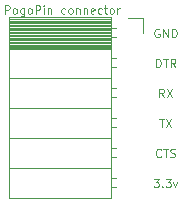
<source format=gbr>
G04 #@! TF.GenerationSoftware,KiCad,Pcbnew,(5.1.2)-1*
G04 #@! TF.CreationDate,2019-07-14T19:38:15+02:00*
G04 #@! TF.ProjectId,pogo,706f676f-2e6b-4696-9361-645f70636258,rev?*
G04 #@! TF.SameCoordinates,Original*
G04 #@! TF.FileFunction,Legend,Top*
G04 #@! TF.FilePolarity,Positive*
%FSLAX46Y46*%
G04 Gerber Fmt 4.6, Leading zero omitted, Abs format (unit mm)*
G04 Created by KiCad (PCBNEW (5.1.2)-1) date 2019-07-14 19:38:15*
%MOMM*%
%LPD*%
G04 APERTURE LIST*
%ADD10C,0.080000*%
%ADD11C,0.120000*%
G04 APERTURE END LIST*
D10*
X84184933Y-58025466D02*
X84184933Y-57325466D01*
X84451600Y-57325466D01*
X84518266Y-57358800D01*
X84551600Y-57392133D01*
X84584933Y-57458800D01*
X84584933Y-57558800D01*
X84551600Y-57625466D01*
X84518266Y-57658800D01*
X84451600Y-57692133D01*
X84184933Y-57692133D01*
X84984933Y-58025466D02*
X84918266Y-57992133D01*
X84884933Y-57958800D01*
X84851600Y-57892133D01*
X84851600Y-57692133D01*
X84884933Y-57625466D01*
X84918266Y-57592133D01*
X84984933Y-57558800D01*
X85084933Y-57558800D01*
X85151600Y-57592133D01*
X85184933Y-57625466D01*
X85218266Y-57692133D01*
X85218266Y-57892133D01*
X85184933Y-57958800D01*
X85151600Y-57992133D01*
X85084933Y-58025466D01*
X84984933Y-58025466D01*
X85818266Y-57558800D02*
X85818266Y-58125466D01*
X85784933Y-58192133D01*
X85751600Y-58225466D01*
X85684933Y-58258800D01*
X85584933Y-58258800D01*
X85518266Y-58225466D01*
X85818266Y-57992133D02*
X85751600Y-58025466D01*
X85618266Y-58025466D01*
X85551600Y-57992133D01*
X85518266Y-57958800D01*
X85484933Y-57892133D01*
X85484933Y-57692133D01*
X85518266Y-57625466D01*
X85551600Y-57592133D01*
X85618266Y-57558800D01*
X85751600Y-57558800D01*
X85818266Y-57592133D01*
X86251600Y-58025466D02*
X86184933Y-57992133D01*
X86151600Y-57958800D01*
X86118266Y-57892133D01*
X86118266Y-57692133D01*
X86151600Y-57625466D01*
X86184933Y-57592133D01*
X86251600Y-57558800D01*
X86351600Y-57558800D01*
X86418266Y-57592133D01*
X86451600Y-57625466D01*
X86484933Y-57692133D01*
X86484933Y-57892133D01*
X86451600Y-57958800D01*
X86418266Y-57992133D01*
X86351600Y-58025466D01*
X86251600Y-58025466D01*
X86784933Y-58025466D02*
X86784933Y-57325466D01*
X87051600Y-57325466D01*
X87118266Y-57358800D01*
X87151600Y-57392133D01*
X87184933Y-57458800D01*
X87184933Y-57558800D01*
X87151600Y-57625466D01*
X87118266Y-57658800D01*
X87051600Y-57692133D01*
X86784933Y-57692133D01*
X87484933Y-58025466D02*
X87484933Y-57558800D01*
X87484933Y-57325466D02*
X87451600Y-57358800D01*
X87484933Y-57392133D01*
X87518266Y-57358800D01*
X87484933Y-57325466D01*
X87484933Y-57392133D01*
X87818266Y-57558800D02*
X87818266Y-58025466D01*
X87818266Y-57625466D02*
X87851600Y-57592133D01*
X87918266Y-57558800D01*
X88018266Y-57558800D01*
X88084933Y-57592133D01*
X88118266Y-57658800D01*
X88118266Y-58025466D01*
X89284933Y-57992133D02*
X89218266Y-58025466D01*
X89084933Y-58025466D01*
X89018266Y-57992133D01*
X88984933Y-57958800D01*
X88951600Y-57892133D01*
X88951600Y-57692133D01*
X88984933Y-57625466D01*
X89018266Y-57592133D01*
X89084933Y-57558800D01*
X89218266Y-57558800D01*
X89284933Y-57592133D01*
X89684933Y-58025466D02*
X89618266Y-57992133D01*
X89584933Y-57958800D01*
X89551600Y-57892133D01*
X89551600Y-57692133D01*
X89584933Y-57625466D01*
X89618266Y-57592133D01*
X89684933Y-57558800D01*
X89784933Y-57558800D01*
X89851600Y-57592133D01*
X89884933Y-57625466D01*
X89918266Y-57692133D01*
X89918266Y-57892133D01*
X89884933Y-57958800D01*
X89851600Y-57992133D01*
X89784933Y-58025466D01*
X89684933Y-58025466D01*
X90218266Y-57558800D02*
X90218266Y-58025466D01*
X90218266Y-57625466D02*
X90251600Y-57592133D01*
X90318266Y-57558800D01*
X90418266Y-57558800D01*
X90484933Y-57592133D01*
X90518266Y-57658800D01*
X90518266Y-58025466D01*
X90851600Y-57558800D02*
X90851600Y-58025466D01*
X90851600Y-57625466D02*
X90884933Y-57592133D01*
X90951600Y-57558800D01*
X91051600Y-57558800D01*
X91118266Y-57592133D01*
X91151600Y-57658800D01*
X91151600Y-58025466D01*
X91751600Y-57992133D02*
X91684933Y-58025466D01*
X91551600Y-58025466D01*
X91484933Y-57992133D01*
X91451600Y-57925466D01*
X91451600Y-57658800D01*
X91484933Y-57592133D01*
X91551600Y-57558800D01*
X91684933Y-57558800D01*
X91751600Y-57592133D01*
X91784933Y-57658800D01*
X91784933Y-57725466D01*
X91451600Y-57792133D01*
X92384933Y-57992133D02*
X92318266Y-58025466D01*
X92184933Y-58025466D01*
X92118266Y-57992133D01*
X92084933Y-57958800D01*
X92051600Y-57892133D01*
X92051600Y-57692133D01*
X92084933Y-57625466D01*
X92118266Y-57592133D01*
X92184933Y-57558800D01*
X92318266Y-57558800D01*
X92384933Y-57592133D01*
X92584933Y-57558800D02*
X92851600Y-57558800D01*
X92684933Y-57325466D02*
X92684933Y-57925466D01*
X92718266Y-57992133D01*
X92784933Y-58025466D01*
X92851600Y-58025466D01*
X93184933Y-58025466D02*
X93118266Y-57992133D01*
X93084933Y-57958800D01*
X93051600Y-57892133D01*
X93051600Y-57692133D01*
X93084933Y-57625466D01*
X93118266Y-57592133D01*
X93184933Y-57558800D01*
X93284933Y-57558800D01*
X93351600Y-57592133D01*
X93384933Y-57625466D01*
X93418266Y-57692133D01*
X93418266Y-57892133D01*
X93384933Y-57958800D01*
X93351600Y-57992133D01*
X93284933Y-58025466D01*
X93184933Y-58025466D01*
X93718266Y-58025466D02*
X93718266Y-57558800D01*
X93718266Y-57692133D02*
X93751600Y-57625466D01*
X93784933Y-57592133D01*
X93851600Y-57558800D01*
X93918266Y-57558800D01*
X96790000Y-72006666D02*
X97223333Y-72006666D01*
X96990000Y-72273333D01*
X97090000Y-72273333D01*
X97156666Y-72306666D01*
X97190000Y-72340000D01*
X97223333Y-72406666D01*
X97223333Y-72573333D01*
X97190000Y-72640000D01*
X97156666Y-72673333D01*
X97090000Y-72706666D01*
X96890000Y-72706666D01*
X96823333Y-72673333D01*
X96790000Y-72640000D01*
X97523333Y-72640000D02*
X97556666Y-72673333D01*
X97523333Y-72706666D01*
X97490000Y-72673333D01*
X97523333Y-72640000D01*
X97523333Y-72706666D01*
X97790000Y-72006666D02*
X98223333Y-72006666D01*
X97990000Y-72273333D01*
X98090000Y-72273333D01*
X98156666Y-72306666D01*
X98190000Y-72340000D01*
X98223333Y-72406666D01*
X98223333Y-72573333D01*
X98190000Y-72640000D01*
X98156666Y-72673333D01*
X98090000Y-72706666D01*
X97890000Y-72706666D01*
X97823333Y-72673333D01*
X97790000Y-72640000D01*
X98456666Y-72240000D02*
X98623333Y-72706666D01*
X98790000Y-72240000D01*
X97406666Y-70100000D02*
X97373333Y-70133333D01*
X97273333Y-70166666D01*
X97206666Y-70166666D01*
X97106666Y-70133333D01*
X97040000Y-70066666D01*
X97006666Y-70000000D01*
X96973333Y-69866666D01*
X96973333Y-69766666D01*
X97006666Y-69633333D01*
X97040000Y-69566666D01*
X97106666Y-69500000D01*
X97206666Y-69466666D01*
X97273333Y-69466666D01*
X97373333Y-69500000D01*
X97406666Y-69533333D01*
X97606666Y-69466666D02*
X98006666Y-69466666D01*
X97806666Y-70166666D02*
X97806666Y-69466666D01*
X98206666Y-70133333D02*
X98306666Y-70166666D01*
X98473333Y-70166666D01*
X98540000Y-70133333D01*
X98573333Y-70100000D01*
X98606666Y-70033333D01*
X98606666Y-69966666D01*
X98573333Y-69900000D01*
X98540000Y-69866666D01*
X98473333Y-69833333D01*
X98340000Y-69800000D01*
X98273333Y-69766666D01*
X98240000Y-69733333D01*
X98206666Y-69666666D01*
X98206666Y-69600000D01*
X98240000Y-69533333D01*
X98273333Y-69500000D01*
X98340000Y-69466666D01*
X98506666Y-69466666D01*
X98606666Y-69500000D01*
X97256666Y-66926666D02*
X97656666Y-66926666D01*
X97456666Y-67626666D02*
X97456666Y-66926666D01*
X97823333Y-66926666D02*
X98290000Y-67626666D01*
X98290000Y-66926666D02*
X97823333Y-67626666D01*
X97673333Y-65086666D02*
X97440000Y-64753333D01*
X97273333Y-65086666D02*
X97273333Y-64386666D01*
X97540000Y-64386666D01*
X97606666Y-64420000D01*
X97640000Y-64453333D01*
X97673333Y-64520000D01*
X97673333Y-64620000D01*
X97640000Y-64686666D01*
X97606666Y-64720000D01*
X97540000Y-64753333D01*
X97273333Y-64753333D01*
X97906666Y-64386666D02*
X98373333Y-65086666D01*
X98373333Y-64386666D02*
X97906666Y-65086666D01*
X96990000Y-62546666D02*
X96990000Y-61846666D01*
X97156666Y-61846666D01*
X97256666Y-61880000D01*
X97323333Y-61946666D01*
X97356666Y-62013333D01*
X97390000Y-62146666D01*
X97390000Y-62246666D01*
X97356666Y-62380000D01*
X97323333Y-62446666D01*
X97256666Y-62513333D01*
X97156666Y-62546666D01*
X96990000Y-62546666D01*
X97590000Y-61846666D02*
X97990000Y-61846666D01*
X97790000Y-62546666D02*
X97790000Y-61846666D01*
X98623333Y-62546666D02*
X98390000Y-62213333D01*
X98223333Y-62546666D02*
X98223333Y-61846666D01*
X98490000Y-61846666D01*
X98556666Y-61880000D01*
X98590000Y-61913333D01*
X98623333Y-61980000D01*
X98623333Y-62080000D01*
X98590000Y-62146666D01*
X98556666Y-62180000D01*
X98490000Y-62213333D01*
X98223333Y-62213333D01*
X97256666Y-59340000D02*
X97190000Y-59306666D01*
X97090000Y-59306666D01*
X96990000Y-59340000D01*
X96923333Y-59406666D01*
X96890000Y-59473333D01*
X96856666Y-59606666D01*
X96856666Y-59706666D01*
X96890000Y-59840000D01*
X96923333Y-59906666D01*
X96990000Y-59973333D01*
X97090000Y-60006666D01*
X97156666Y-60006666D01*
X97256666Y-59973333D01*
X97290000Y-59940000D01*
X97290000Y-59706666D01*
X97156666Y-59706666D01*
X97590000Y-60006666D02*
X97590000Y-59306666D01*
X97990000Y-60006666D01*
X97990000Y-59306666D01*
X98323333Y-60006666D02*
X98323333Y-59306666D01*
X98490000Y-59306666D01*
X98590000Y-59340000D01*
X98656666Y-59406666D01*
X98690000Y-59473333D01*
X98723333Y-59606666D01*
X98723333Y-59706666D01*
X98690000Y-59840000D01*
X98656666Y-59906666D01*
X98590000Y-59973333D01*
X98490000Y-60006666D01*
X98323333Y-60006666D01*
D11*
X95919001Y-58365401D02*
X95919001Y-59635401D01*
X94649001Y-58365401D02*
X95919001Y-58365401D01*
X93619001Y-72715401D02*
X93189001Y-72715401D01*
X93619001Y-71955401D02*
X93189001Y-71955401D01*
X84559001Y-71065401D02*
X93189001Y-71065401D01*
X84559001Y-73665401D02*
X84559001Y-71065401D01*
X93189001Y-73665401D02*
X84559001Y-73665401D01*
X93189001Y-71065401D02*
X93189001Y-73665401D01*
X93619001Y-70175401D02*
X93189001Y-70175401D01*
X93619001Y-69415401D02*
X93189001Y-69415401D01*
X84559001Y-68525401D02*
X93189001Y-68525401D01*
X84559001Y-71065401D02*
X84559001Y-68525401D01*
X93189001Y-71065401D02*
X84559001Y-71065401D01*
X93189001Y-68525401D02*
X93189001Y-71065401D01*
X93619001Y-67635401D02*
X93189001Y-67635401D01*
X93619001Y-66875401D02*
X93189001Y-66875401D01*
X84559001Y-65985401D02*
X93189001Y-65985401D01*
X84559001Y-68525401D02*
X84559001Y-65985401D01*
X93189001Y-68525401D02*
X84559001Y-68525401D01*
X93189001Y-65985401D02*
X93189001Y-68525401D01*
X93619001Y-65095401D02*
X93189001Y-65095401D01*
X93619001Y-64335401D02*
X93189001Y-64335401D01*
X84559001Y-63445401D02*
X93189001Y-63445401D01*
X84559001Y-65985401D02*
X84559001Y-63445401D01*
X93189001Y-65985401D02*
X84559001Y-65985401D01*
X93189001Y-63445401D02*
X93189001Y-65985401D01*
X93619001Y-62555401D02*
X93189001Y-62555401D01*
X93619001Y-61795401D02*
X93189001Y-61795401D01*
X84559001Y-60905401D02*
X93189001Y-60905401D01*
X84559001Y-63445401D02*
X84559001Y-60905401D01*
X93189001Y-63445401D02*
X84559001Y-63445401D01*
X93189001Y-60905401D02*
X93189001Y-63445401D01*
X93189001Y-61005401D02*
X84559001Y-61005401D01*
X93189001Y-60885401D02*
X84559001Y-60885401D01*
X93189001Y-60765401D02*
X84559001Y-60765401D01*
X93189001Y-60645401D02*
X84559001Y-60645401D01*
X93189001Y-60525401D02*
X84559001Y-60525401D01*
X93189001Y-60405401D02*
X84559001Y-60405401D01*
X93189001Y-60285401D02*
X84559001Y-60285401D01*
X93189001Y-60165401D02*
X84559001Y-60165401D01*
X93189001Y-60045401D02*
X84559001Y-60045401D01*
X93189001Y-59925401D02*
X84559001Y-59925401D01*
X93189001Y-59805401D02*
X84559001Y-59805401D01*
X93189001Y-59685401D02*
X84559001Y-59685401D01*
X93189001Y-59565401D02*
X84559001Y-59565401D01*
X93189001Y-59445401D02*
X84559001Y-59445401D01*
X93189001Y-59325401D02*
X84559001Y-59325401D01*
X93189001Y-59205401D02*
X84559001Y-59205401D01*
X93189001Y-59085401D02*
X84559001Y-59085401D01*
X93189001Y-58965401D02*
X84559001Y-58965401D01*
X93189001Y-58845401D02*
X84559001Y-58845401D01*
X93189001Y-58725401D02*
X84559001Y-58725401D01*
X93189001Y-58605401D02*
X84559001Y-58605401D01*
X93189001Y-58485401D02*
X84559001Y-58485401D01*
X93619001Y-60015401D02*
X93189001Y-60015401D01*
X93619001Y-59255401D02*
X93189001Y-59255401D01*
X84559001Y-58305401D02*
X93189001Y-58305401D01*
X84559001Y-60905401D02*
X84559001Y-58305401D01*
X93189001Y-60905401D02*
X84559001Y-60905401D01*
X93189001Y-58305401D02*
X93189001Y-60905401D01*
M02*

</source>
